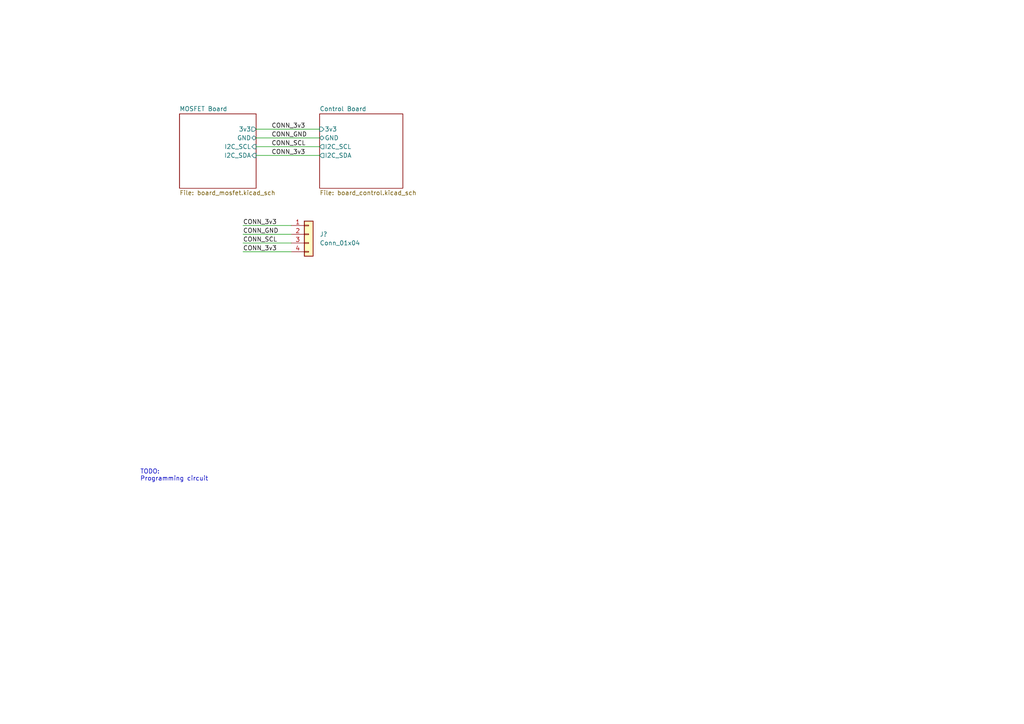
<source format=kicad_sch>
(kicad_sch (version 20211123) (generator eeschema)
  (paper "A4")
  (lib_symbols
    (symbol "Connector_Generic:Conn_01x04" (pin_names (offset 1.016) hide)
      (property "Reference" "J" (at 0 5.08 0))
      (property "Value" "Conn_01x04" (at 0 -7.62 0))
      (symbol "Conn_01x04_1_1"
        (rectangle (start -1.27 -4.953) (end 0 -5.207) (stroke (width 0.1524)))
        (rectangle (start -1.27 -2.413) (end 0 -2.667) (stroke (width 0.1524)))
        (rectangle (start -1.27 0.127) (end 0 -0.127) (stroke (width 0.1524)))
        (rectangle (start -1.27 2.667) (end 0 2.413) (stroke (width 0.1524)))
        (rectangle (start -1.27 3.81) (end 1.27 -6.35) (stroke (width 0.254)) (fill (type background)))
        (pin passive line (at -5.08 2.54 0) (length 3.81) (name "Pin_1") (number "1"))
        (pin passive line (at -5.08 0 0) (length 3.81) (name "Pin_2") (number "2"))
        (pin passive line (at -5.08 -2.54 0) (length 3.81) (name "Pin_3") (number "3"))
        (pin passive line (at -5.08 -5.08 0) (length 3.81) (name "Pin_4") (number "4"))
      )
    )
  )
  (wire (pts (xy 74.295 37.465) (xy 92.71 37.465)))
  (wire (pts (xy 70.485 67.945) (xy 84.455 67.945)))
  (wire (pts (xy 70.485 73.025) (xy 84.455 73.025)))
  (wire (pts (xy 70.485 65.405) (xy 84.455 65.405)))
  (wire (pts (xy 74.295 45.085) (xy 92.71 45.085)))
  (wire (pts (xy 74.295 42.545) (xy 92.71 42.545)))
  (wire (pts (xy 74.295 40.005) (xy 92.71 40.005)))
  (wire (pts (xy 70.485 70.485) (xy 84.455 70.485)))
  (text "TODO:\nProgramming circuit" (at 40.64 139.7 0) (effects (font (size 1.27 1.27)) (justify left bottom)))
  (label "CONN_3v3" (at 70.485 73.025 0))
  (label "CONN_3v3" (at 70.485 65.405 0))
  (label "CONN_SCL" (at 70.485 70.485 0))
  (label "CONN_GND" (at 70.485 67.945 0))
  (label "CONN_SCL" (at 78.74 42.545 0))
  (label "CONN_3v3" (at 78.74 37.465 0))
  (label "CONN_3v3" (at 78.74 45.085 0))
  (label "CONN_GND" (at 78.74 40.005 0))
  (symbol (lib_id "Connector_Generic:Conn_01x04") (at 89.535 67.945 0) (unit 1)
    (property "Reference" "J?" (at 92.71 67.9449 0) (effects (justify left)))
    (property "Value" "Conn_01x04" (at 92.71 70.4849 0) (effects (justify left)))
  )
  (sheet (at 92.71 33.02) (size 24.13 21.59) (stroke (width 0.1524))
    (property "Sheet name" "Control Board" (at 92.71 32.3084 0) (effects (justify left bottom)))
    (property "Sheet file" "board_control.kicad_sch" (at 92.71 55.1946 0) (effects (justify left top)))
    (pin "3v3" input (at 92.71 37.465 180))
    (pin "GND" bidirectional (at 92.71 40.005 180))
    (pin "I2C_SCL" output (at 92.71 42.545 180))
    (pin "I2C_SDA" output (at 92.71 45.085 180))
  )
  (sheet (at 52.07 33.02) (size 22.225 21.59) (stroke (width 0.1524))
    (property "Sheet name" "MOSFET Board" (at 52.07 32.3084 0) (effects (justify left bottom)))
    (property "Sheet file" "board_mosfet.kicad_sch" (at 52.07 55.1946 0) (effects (justify left top)))
    (pin "3v3" output (at 74.295 37.465 0))
    (pin "GND" bidirectional (at 74.295 40.005 0))
    (pin "I2C_SCL" input (at 74.295 42.545 0))
    (pin "I2C_SDA" input (at 74.295 45.085 0))
  )
)
</source>
